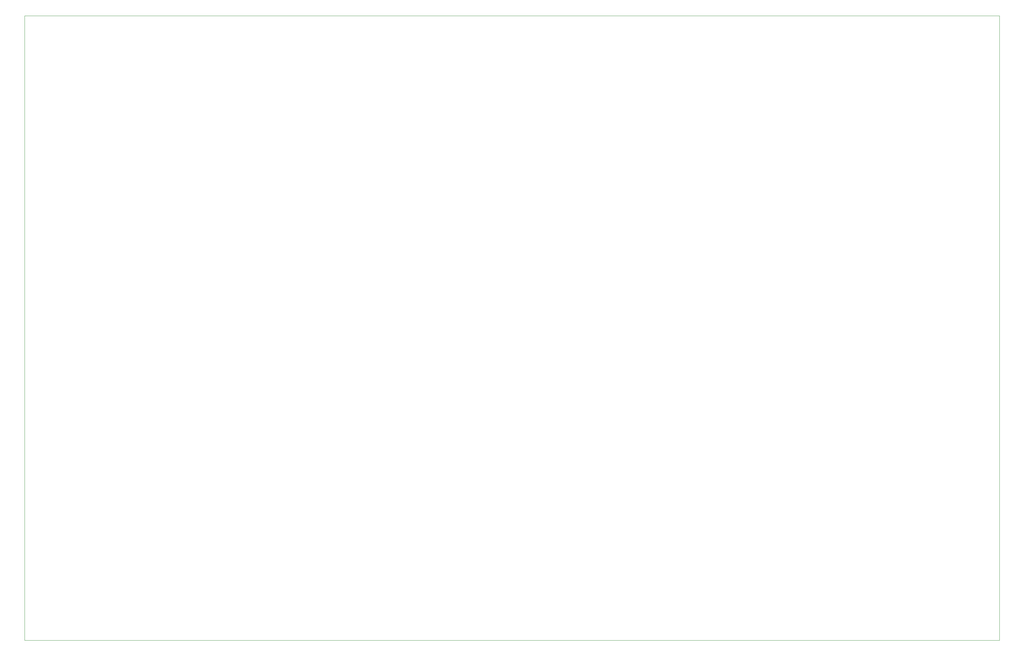
<source format=gbr>
%TF.GenerationSoftware,KiCad,Pcbnew,8.0.4*%
%TF.CreationDate,2024-12-04T19:54:40+09:00*%
%TF.ProjectId,gradmc,67726164-6d63-42e6-9b69-6361645f7063,rev?*%
%TF.SameCoordinates,Original*%
%TF.FileFunction,Profile,NP*%
%FSLAX46Y46*%
G04 Gerber Fmt 4.6, Leading zero omitted, Abs format (unit mm)*
G04 Created by KiCad (PCBNEW 8.0.4) date 2024-12-04 19:54:40*
%MOMM*%
%LPD*%
G01*
G04 APERTURE LIST*
%TA.AperFunction,Profile*%
%ADD10C,0.050000*%
%TD*%
G04 APERTURE END LIST*
D10*
X50000000Y-48000000D02*
X312000000Y-48000000D01*
X312000000Y-216000000D01*
X50000000Y-216000000D01*
X50000000Y-48000000D01*
M02*

</source>
